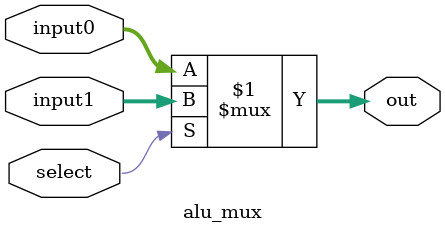
<source format=v>
module alu_mux (
    input [63:0] input0,   
    input [63:0] input1,   
    input select,          
    output [63:0] out      
);

    assign out = (select) ? input1 : input0;  

endmodule

</source>
